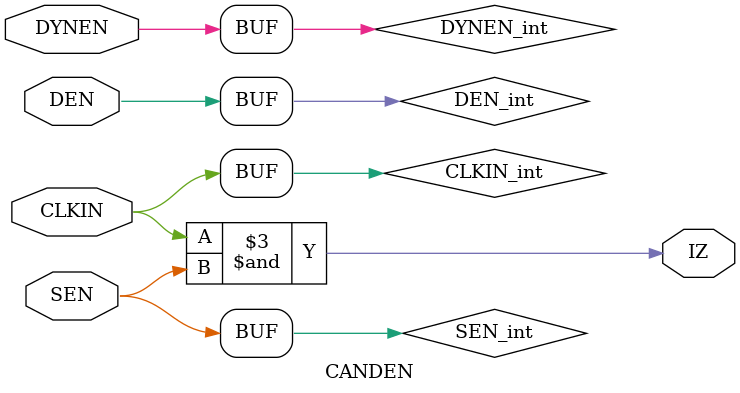
<source format=v>

`timescale 1ns/10ps

module CANDEN(CLKIN, DYNEN, SEN, DEN, IZ);
input CLKIN, DYNEN, SEN, DEN;
output IZ;
wire CLKIN_int, DYNEN_int, SEN_int, DEN_int; 
wire mux_op0, mux_op1;

buf SEN_buf (SEN_int, SEN) ;
buf CLKIN_buf (CLKIN_int, CLKIN) ;
buf DYNEN_buf (DYNEN_int, DYNEN) ;
buf DEN_buf (DEN_int, DEN) ;

assign mux_op0 = SEN_int ? 1'b1 : 1'b0;
assign mux_op1 = DEN_int ? DYNEN_int : mux_op0;

assign IZ = CLKIN_int & SEN_int; 

specify
	if (SEN == 1'b1 && DEN == 1'b0)
	   (CLKIN => IZ) = (0,0);
   //(DYNEN => IZ) = (0,0);
   //(SEN => IZ) = (0,0);
   //(DEN => IZ) = (0,0);
endspecify

endmodule
</source>
